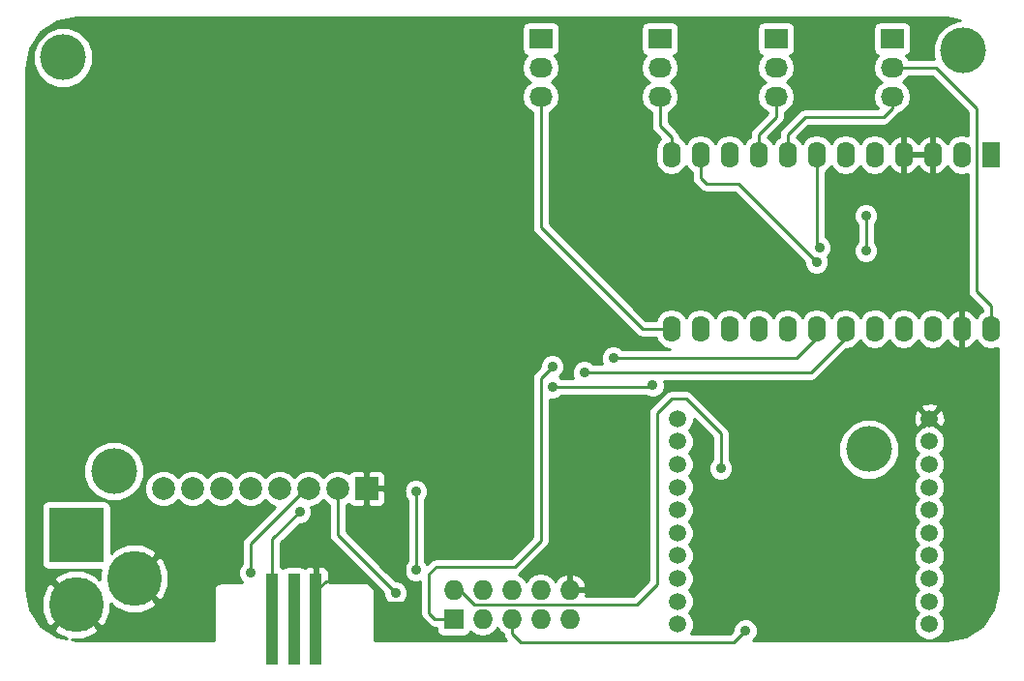
<source format=gbl>
G04 #@! TF.FileFunction,Copper,L2,Bot,Signal*
%FSLAX46Y46*%
G04 Gerber Fmt 4.6, Leading zero omitted, Abs format (unit mm)*
G04 Created by KiCad (PCBNEW (2015-01-16 BZR 5376)-product) date 27/05/2015 14:11:43*
%MOMM*%
G01*
G04 APERTURE LIST*
%ADD10C,0.100000*%
%ADD11R,1.000000X8.000000*%
%ADD12C,2.000000*%
%ADD13R,2.000000X2.000000*%
%ADD14R,1.574800X2.286000*%
%ADD15O,1.574800X2.286000*%
%ADD16R,1.727200X1.727200*%
%ADD17O,1.727200X1.727200*%
%ADD18C,4.800600*%
%ADD19R,4.800600X4.800600*%
%ADD20R,2.032000X1.727200*%
%ADD21O,2.032000X1.727200*%
%ADD22C,1.500000*%
%ADD23C,4.000000*%
%ADD24C,0.889000*%
%ADD25C,0.254000*%
G04 APERTURE END LIST*
D10*
D11*
X114173000Y-125984000D03*
X116078000Y-125984000D03*
X117983000Y-125984000D03*
D12*
X104648000Y-114554000D03*
X107188000Y-114554000D03*
X109728000Y-114554000D03*
X112268000Y-114554000D03*
X114808000Y-114554000D03*
X117348000Y-114554000D03*
X119888000Y-114554000D03*
D13*
X122428000Y-114554000D03*
D14*
X177038000Y-85344000D03*
D15*
X174498000Y-85344000D03*
X171958000Y-85344000D03*
X169418000Y-85344000D03*
X166878000Y-85344000D03*
X164338000Y-85344000D03*
X161798000Y-85344000D03*
X159258000Y-85344000D03*
X156718000Y-85344000D03*
X154178000Y-85344000D03*
X151638000Y-85344000D03*
X149098000Y-85344000D03*
X149098000Y-100584000D03*
X151638000Y-100584000D03*
X154178000Y-100584000D03*
X156718000Y-100584000D03*
X159258000Y-100584000D03*
X161798000Y-100584000D03*
X164338000Y-100584000D03*
X166878000Y-100584000D03*
X169418000Y-100584000D03*
X171958000Y-100584000D03*
X174498000Y-100584000D03*
X177038000Y-100584000D03*
D16*
X130048000Y-125984000D03*
D17*
X130048000Y-123444000D03*
X132588000Y-125984000D03*
X132588000Y-123444000D03*
X135128000Y-125984000D03*
X135128000Y-123444000D03*
X137668000Y-125984000D03*
X137668000Y-123444000D03*
X140208000Y-125984000D03*
X140208000Y-123444000D03*
D18*
X97028000Y-124714000D03*
D19*
X97028000Y-118618000D03*
D18*
X102108000Y-122428000D03*
D20*
X148082000Y-75184000D03*
D21*
X148082000Y-77724000D03*
X148082000Y-80264000D03*
D20*
X158242000Y-75184000D03*
D21*
X158242000Y-77724000D03*
X158242000Y-80264000D03*
D20*
X168402000Y-75184000D03*
D21*
X168402000Y-77724000D03*
X168402000Y-80264000D03*
D20*
X137668000Y-75184000D03*
D21*
X137668000Y-77724000D03*
X137668000Y-80264000D03*
D22*
X171655000Y-126435000D03*
X171655000Y-124435000D03*
X171655000Y-122435000D03*
X171655000Y-120435000D03*
X171655000Y-118435000D03*
X171655000Y-116435000D03*
X171655000Y-114435000D03*
X171655000Y-112435000D03*
X171655000Y-110435000D03*
X171655000Y-108435000D03*
X149655000Y-108435000D03*
X149655000Y-110435000D03*
X149655000Y-112435000D03*
X149655000Y-114435000D03*
X149655000Y-116435000D03*
X149655000Y-118435000D03*
X149655000Y-120435000D03*
X149655000Y-122435000D03*
X149655000Y-124435000D03*
X149655000Y-126435000D03*
D23*
X95885000Y-76835000D03*
X174625000Y-76200000D03*
X100330000Y-113030000D03*
X166370000Y-111125000D03*
D24*
X163322000Y-74676000D03*
X153162000Y-74676000D03*
X143002000Y-74676000D03*
X132334000Y-74676000D03*
X121539000Y-110744000D03*
X141478000Y-120650000D03*
X143764000Y-96266000D03*
X138938000Y-91440000D03*
X126238000Y-124587000D03*
X125476000Y-114554000D03*
X151638000Y-120142000D03*
X160528000Y-120142000D03*
X112268000Y-121920000D03*
X124968000Y-123698000D03*
X153416000Y-112776000D03*
X126746000Y-121666000D03*
X126746000Y-114808000D03*
X116586000Y-116586000D03*
X162052000Y-93472000D03*
X166116000Y-90678000D03*
X166116000Y-93726000D03*
X161798000Y-94742000D03*
X138684000Y-103886000D03*
X144018000Y-103124000D03*
X141478000Y-104394000D03*
X147447000Y-105537000D03*
X138684000Y-105664000D03*
X155575000Y-127000000D03*
D25*
X117983000Y-125984000D02*
X117983000Y-122047000D01*
X143764000Y-96266000D02*
X138938000Y-91440000D01*
X126238000Y-123190000D02*
X126238000Y-124587000D01*
X125730000Y-120142000D02*
X125730000Y-114808000D01*
X125730000Y-114808000D02*
X125476000Y-114554000D01*
X125730000Y-122682000D02*
X126238000Y-123190000D01*
X125730000Y-120142000D02*
X125730000Y-122682000D01*
X117983000Y-123571000D02*
X117983000Y-125984000D01*
X122428000Y-122682000D02*
X123190000Y-123444000D01*
X123190000Y-123444000D02*
X123190000Y-124206000D01*
X123190000Y-124206000D02*
X123571000Y-124587000D01*
X123571000Y-124587000D02*
X126238000Y-124587000D01*
X117983000Y-123571000D02*
X118872000Y-122682000D01*
X118872000Y-122682000D02*
X122428000Y-122682000D01*
X151638000Y-120142000D02*
X160528000Y-120142000D01*
X168402000Y-77724000D02*
X172212000Y-77724000D01*
X177038000Y-98552000D02*
X177038000Y-100584000D01*
X175768000Y-97282000D02*
X177038000Y-98552000D01*
X175768000Y-83566000D02*
X175768000Y-97282000D01*
X175768000Y-81280000D02*
X175768000Y-83566000D01*
X172212000Y-77724000D02*
X175768000Y-81280000D01*
X112268000Y-119380000D02*
X112268000Y-121920000D01*
X117094000Y-114554000D02*
X112268000Y-119380000D01*
X117348000Y-114554000D02*
X117094000Y-114554000D01*
X130556000Y-123444000D02*
X131826000Y-124714000D01*
X130048000Y-123444000D02*
X130556000Y-123444000D01*
X119888000Y-118618000D02*
X124968000Y-123698000D01*
X119888000Y-114554000D02*
X119888000Y-118618000D01*
X131826000Y-124714000D02*
X146050000Y-124714000D01*
X146050000Y-124714000D02*
X147828000Y-122936000D01*
X147828000Y-122936000D02*
X147828000Y-107950000D01*
X153416000Y-109728000D02*
X153416000Y-112776000D01*
X150368000Y-106680000D02*
X153416000Y-109728000D01*
X149098000Y-106680000D02*
X150368000Y-106680000D01*
X147828000Y-107950000D02*
X149098000Y-106680000D01*
X126746000Y-114808000D02*
X126746000Y-121666000D01*
X116586000Y-116586000D02*
X114173000Y-118999000D01*
X114173000Y-119253000D02*
X114173000Y-125984000D01*
X114173000Y-118999000D02*
X114173000Y-119253000D01*
X162052000Y-93472000D02*
X161798000Y-93218000D01*
X161798000Y-93218000D02*
X161798000Y-85344000D01*
X159258000Y-83820000D02*
X159258000Y-83566000D01*
X159258000Y-85344000D02*
X159258000Y-83820000D01*
X168402000Y-81280000D02*
X168402000Y-79502000D01*
X167640000Y-82042000D02*
X168402000Y-81280000D01*
X160782000Y-82042000D02*
X167640000Y-82042000D01*
X159258000Y-83566000D02*
X160782000Y-82042000D01*
X156718000Y-85344000D02*
X156718000Y-83566000D01*
X158242000Y-82042000D02*
X158242000Y-79502000D01*
X156718000Y-83566000D02*
X158242000Y-82042000D01*
X166116000Y-90678000D02*
X166116000Y-93726000D01*
X161798000Y-94742000D02*
X154940000Y-87884000D01*
X154940000Y-87884000D02*
X152146000Y-87884000D01*
X152146000Y-87884000D02*
X151638000Y-87376000D01*
X151638000Y-87376000D02*
X151638000Y-85344000D01*
X149098000Y-85344000D02*
X149098000Y-83820000D01*
X148082000Y-82804000D02*
X148082000Y-80264000D01*
X149098000Y-83820000D02*
X148082000Y-82804000D01*
X137668000Y-80264000D02*
X137668000Y-91694000D01*
X146558000Y-100584000D02*
X149098000Y-100584000D01*
X137668000Y-91694000D02*
X146558000Y-100584000D01*
X132334000Y-121412000D02*
X128524000Y-121412000D01*
X138684000Y-103886000D02*
X137668000Y-104902000D01*
X137668000Y-104902000D02*
X137668000Y-119126000D01*
X137668000Y-119126000D02*
X135382000Y-121412000D01*
X135382000Y-121412000D02*
X132334000Y-121412000D01*
X128397000Y-125984000D02*
X130048000Y-125984000D01*
X127889000Y-125476000D02*
X128397000Y-125984000D01*
X127889000Y-122047000D02*
X127889000Y-125476000D01*
X128524000Y-121412000D02*
X127889000Y-122047000D01*
X161798000Y-100584000D02*
X161798000Y-101346000D01*
X161798000Y-101346000D02*
X160020000Y-103124000D01*
X160020000Y-103124000D02*
X144018000Y-103124000D01*
X164338000Y-100584000D02*
X164338000Y-101346000D01*
X164338000Y-101346000D02*
X161290000Y-104394000D01*
X161290000Y-104394000D02*
X141478000Y-104394000D01*
X147447000Y-105537000D02*
X147320000Y-105664000D01*
X147320000Y-105664000D02*
X138684000Y-105664000D01*
X171958000Y-100584000D02*
X171958000Y-101600000D01*
X142875000Y-128016000D02*
X135890000Y-128016000D01*
X143002000Y-128016000D02*
X142875000Y-128016000D01*
X135890000Y-128016000D02*
X135128000Y-127254000D01*
X135128000Y-127254000D02*
X135128000Y-125984000D01*
X154559000Y-128016000D02*
X155575000Y-127000000D01*
X142875000Y-128016000D02*
X154559000Y-128016000D01*
G36*
X177623000Y-123376532D02*
X177276051Y-125120758D01*
X176326243Y-126542245D01*
X174904757Y-127492052D01*
X173160532Y-127839000D01*
X173052201Y-127839000D01*
X173052201Y-108639829D01*
X173024230Y-108089552D01*
X172867460Y-107711077D01*
X172626517Y-107643088D01*
X172446912Y-107822693D01*
X172446912Y-107463483D01*
X172378923Y-107222540D01*
X171859829Y-107037799D01*
X171309552Y-107065770D01*
X170931077Y-107222540D01*
X170863088Y-107463483D01*
X171655000Y-108255395D01*
X172446912Y-107463483D01*
X172446912Y-107822693D01*
X171834605Y-108435000D01*
X172626517Y-109226912D01*
X172867460Y-109158923D01*
X173052201Y-108639829D01*
X173052201Y-127839000D01*
X173040240Y-127839000D01*
X173040240Y-126160715D01*
X172829831Y-125651485D01*
X172613687Y-125434964D01*
X172828461Y-125220564D01*
X173039759Y-124711702D01*
X173040240Y-124160715D01*
X172829831Y-123651485D01*
X172613687Y-123434964D01*
X172828461Y-123220564D01*
X173039759Y-122711702D01*
X173040240Y-122160715D01*
X172829831Y-121651485D01*
X172613687Y-121434964D01*
X172828461Y-121220564D01*
X173039759Y-120711702D01*
X173040240Y-120160715D01*
X172829831Y-119651485D01*
X172613687Y-119434964D01*
X172828461Y-119220564D01*
X173039759Y-118711702D01*
X173040240Y-118160715D01*
X172829831Y-117651485D01*
X172613687Y-117434964D01*
X172828461Y-117220564D01*
X173039759Y-116711702D01*
X173040240Y-116160715D01*
X172829831Y-115651485D01*
X172613687Y-115434964D01*
X172828461Y-115220564D01*
X173039759Y-114711702D01*
X173040240Y-114160715D01*
X172829831Y-113651485D01*
X172613687Y-113434964D01*
X172828461Y-113220564D01*
X173039759Y-112711702D01*
X173040240Y-112160715D01*
X172829831Y-111651485D01*
X172613687Y-111434964D01*
X172828461Y-111220564D01*
X173039759Y-110711702D01*
X173040240Y-110160715D01*
X172829831Y-109651485D01*
X172440564Y-109261539D01*
X172203493Y-109163098D01*
X171655000Y-108614605D01*
X171475395Y-108794209D01*
X171475395Y-108435000D01*
X170683483Y-107643088D01*
X170442540Y-107711077D01*
X170257799Y-108230171D01*
X170285770Y-108780448D01*
X170442540Y-109158923D01*
X170683483Y-109226912D01*
X171475395Y-108435000D01*
X171475395Y-108794209D01*
X171106571Y-109163033D01*
X170871485Y-109260169D01*
X170481539Y-109649436D01*
X170270241Y-110158298D01*
X170269760Y-110709285D01*
X170480169Y-111218515D01*
X170696312Y-111435035D01*
X170481539Y-111649436D01*
X170270241Y-112158298D01*
X170269760Y-112709285D01*
X170480169Y-113218515D01*
X170696312Y-113435035D01*
X170481539Y-113649436D01*
X170270241Y-114158298D01*
X170269760Y-114709285D01*
X170480169Y-115218515D01*
X170696312Y-115435035D01*
X170481539Y-115649436D01*
X170270241Y-116158298D01*
X170269760Y-116709285D01*
X170480169Y-117218515D01*
X170696312Y-117435035D01*
X170481539Y-117649436D01*
X170270241Y-118158298D01*
X170269760Y-118709285D01*
X170480169Y-119218515D01*
X170696312Y-119435035D01*
X170481539Y-119649436D01*
X170270241Y-120158298D01*
X170269760Y-120709285D01*
X170480169Y-121218515D01*
X170696312Y-121435035D01*
X170481539Y-121649436D01*
X170270241Y-122158298D01*
X170269760Y-122709285D01*
X170480169Y-123218515D01*
X170696312Y-123435035D01*
X170481539Y-123649436D01*
X170270241Y-124158298D01*
X170269760Y-124709285D01*
X170480169Y-125218515D01*
X170696312Y-125435035D01*
X170481539Y-125649436D01*
X170270241Y-126158298D01*
X170269760Y-126709285D01*
X170480169Y-127218515D01*
X170869436Y-127608461D01*
X171378298Y-127819759D01*
X171929285Y-127820240D01*
X172438515Y-127609831D01*
X172828461Y-127220564D01*
X173039759Y-126711702D01*
X173040240Y-126160715D01*
X173040240Y-127839000D01*
X169005457Y-127839000D01*
X169005457Y-110603166D01*
X168605147Y-109634342D01*
X167864557Y-108892458D01*
X166896433Y-108490458D01*
X165848166Y-108489543D01*
X164879342Y-108889853D01*
X164137458Y-109630443D01*
X163735458Y-110598567D01*
X163734543Y-111646834D01*
X164134853Y-112615658D01*
X164875443Y-113357542D01*
X165843567Y-113759542D01*
X166891834Y-113760457D01*
X167860658Y-113360147D01*
X168602542Y-112619557D01*
X169004542Y-111651433D01*
X169005457Y-110603166D01*
X169005457Y-127839000D01*
X156262511Y-127839000D01*
X156489622Y-127612286D01*
X156654313Y-127215668D01*
X156654687Y-126786216D01*
X156490689Y-126389311D01*
X156187286Y-126085378D01*
X155790668Y-125920687D01*
X155361216Y-125920313D01*
X154964311Y-126084311D01*
X154660378Y-126387714D01*
X154495687Y-126784332D01*
X154495497Y-127001872D01*
X154243370Y-127254000D01*
X150794966Y-127254000D01*
X150828461Y-127220564D01*
X151039759Y-126711702D01*
X151040240Y-126160715D01*
X150829831Y-125651485D01*
X150613687Y-125434964D01*
X150828461Y-125220564D01*
X151039759Y-124711702D01*
X151040240Y-124160715D01*
X150829831Y-123651485D01*
X150613687Y-123434964D01*
X150828461Y-123220564D01*
X151039759Y-122711702D01*
X151040240Y-122160715D01*
X150829831Y-121651485D01*
X150613687Y-121434964D01*
X150828461Y-121220564D01*
X151039759Y-120711702D01*
X151040240Y-120160715D01*
X150829831Y-119651485D01*
X150613687Y-119434964D01*
X150828461Y-119220564D01*
X151039759Y-118711702D01*
X151040240Y-118160715D01*
X150829831Y-117651485D01*
X150613687Y-117434964D01*
X150828461Y-117220564D01*
X151039759Y-116711702D01*
X151040240Y-116160715D01*
X150829831Y-115651485D01*
X150613687Y-115434964D01*
X150828461Y-115220564D01*
X151039759Y-114711702D01*
X151040240Y-114160715D01*
X150829831Y-113651485D01*
X150613687Y-113434964D01*
X150828461Y-113220564D01*
X151039759Y-112711702D01*
X151040240Y-112160715D01*
X150829831Y-111651485D01*
X150613687Y-111434964D01*
X150828461Y-111220564D01*
X151039759Y-110711702D01*
X151040240Y-110160715D01*
X150829831Y-109651485D01*
X150613687Y-109434964D01*
X150828461Y-109220564D01*
X151039759Y-108711702D01*
X151040005Y-108429635D01*
X152654000Y-110043630D01*
X152654000Y-112011358D01*
X152501378Y-112163714D01*
X152336687Y-112560332D01*
X152336313Y-112989784D01*
X152500311Y-113386689D01*
X152803714Y-113690622D01*
X153200332Y-113855313D01*
X153629784Y-113855687D01*
X154026689Y-113691689D01*
X154330622Y-113388286D01*
X154495313Y-112991668D01*
X154495687Y-112562216D01*
X154331689Y-112165311D01*
X154178000Y-112011353D01*
X154178000Y-109728000D01*
X154119996Y-109436396D01*
X154119996Y-109436395D01*
X153954815Y-109189185D01*
X150906815Y-106141185D01*
X150659605Y-105976004D01*
X150368000Y-105918000D01*
X149098000Y-105918000D01*
X148806395Y-105976004D01*
X148559184Y-106141185D01*
X147289185Y-107411185D01*
X147124004Y-107658395D01*
X147066000Y-107950000D01*
X147066000Y-122620369D01*
X145734369Y-123952000D01*
X141593147Y-123952000D01*
X141662968Y-123803027D01*
X141662968Y-123084973D01*
X141414821Y-122555510D01*
X140982947Y-122161312D01*
X140567026Y-121989042D01*
X140335000Y-122110183D01*
X140335000Y-123317000D01*
X141542469Y-123317000D01*
X141662968Y-123084973D01*
X141662968Y-123803027D01*
X141542469Y-123571000D01*
X140335000Y-123571000D01*
X140335000Y-123591000D01*
X140081000Y-123591000D01*
X140081000Y-123571000D01*
X140061000Y-123571000D01*
X140061000Y-123317000D01*
X140081000Y-123317000D01*
X140081000Y-122110183D01*
X139848974Y-121989042D01*
X139433053Y-122161312D01*
X139001179Y-122555510D01*
X138943663Y-122678228D01*
X138727670Y-122354971D01*
X138241489Y-122030115D01*
X137668000Y-121916041D01*
X137094511Y-122030115D01*
X136608330Y-122354971D01*
X136398000Y-122669751D01*
X136187670Y-122354971D01*
X135751811Y-122063739D01*
X135920815Y-121950815D01*
X138206815Y-119664816D01*
X138206815Y-119664815D01*
X138371996Y-119417605D01*
X138429999Y-119126000D01*
X138430000Y-119126000D01*
X138430000Y-106727396D01*
X138468332Y-106743313D01*
X138897784Y-106743687D01*
X139294689Y-106579689D01*
X139448646Y-106426000D01*
X146809136Y-106426000D01*
X146834714Y-106451622D01*
X147231332Y-106616313D01*
X147660784Y-106616687D01*
X148057689Y-106452689D01*
X148361622Y-106149286D01*
X148526313Y-105752668D01*
X148526687Y-105323216D01*
X148457594Y-105156000D01*
X161290000Y-105156000D01*
X161290000Y-105155999D01*
X161581604Y-105097996D01*
X161581605Y-105097996D01*
X161828815Y-104932815D01*
X164371450Y-102390179D01*
X164882329Y-102288559D01*
X165343789Y-101980222D01*
X165608000Y-101584801D01*
X165872211Y-101980222D01*
X166333671Y-102288559D01*
X166878000Y-102396833D01*
X167422329Y-102288559D01*
X167883789Y-101980222D01*
X168148000Y-101584801D01*
X168412211Y-101980222D01*
X168873671Y-102288559D01*
X169418000Y-102396833D01*
X169962329Y-102288559D01*
X170423789Y-101980222D01*
X170688000Y-101584801D01*
X170952211Y-101980222D01*
X171413671Y-102288559D01*
X171958000Y-102396833D01*
X172502329Y-102288559D01*
X172963789Y-101980222D01*
X173227753Y-101585170D01*
X173232475Y-101601262D01*
X173582014Y-102035191D01*
X174071004Y-102302327D01*
X174150940Y-102319010D01*
X174371000Y-102196852D01*
X174371000Y-100711000D01*
X174351000Y-100711000D01*
X174351000Y-100457000D01*
X174371000Y-100457000D01*
X174371000Y-98971148D01*
X174150940Y-98848990D01*
X174071004Y-98865673D01*
X173582014Y-99132809D01*
X173232475Y-99566738D01*
X173227753Y-99582829D01*
X172963789Y-99187778D01*
X172502329Y-98879441D01*
X171958000Y-98771167D01*
X171831000Y-98796428D01*
X171831000Y-86956852D01*
X171831000Y-85471000D01*
X171831000Y-85217000D01*
X171831000Y-83731148D01*
X171610940Y-83608990D01*
X171531004Y-83625673D01*
X171042014Y-83892809D01*
X170692475Y-84326738D01*
X170688000Y-84341989D01*
X170683525Y-84326738D01*
X170333986Y-83892809D01*
X169844996Y-83625673D01*
X169765060Y-83608990D01*
X169545000Y-83731148D01*
X169545000Y-85217000D01*
X170535600Y-85217000D01*
X170840400Y-85217000D01*
X171831000Y-85217000D01*
X171831000Y-85471000D01*
X170840400Y-85471000D01*
X170535600Y-85471000D01*
X169545000Y-85471000D01*
X169545000Y-86956852D01*
X169765060Y-87079010D01*
X169844996Y-87062327D01*
X170333986Y-86795191D01*
X170683525Y-86361262D01*
X170688000Y-86346010D01*
X170692475Y-86361262D01*
X171042014Y-86795191D01*
X171531004Y-87062327D01*
X171610940Y-87079010D01*
X171831000Y-86956852D01*
X171831000Y-98796428D01*
X171413671Y-98879441D01*
X170952211Y-99187778D01*
X170688000Y-99583198D01*
X170423789Y-99187778D01*
X169962329Y-98879441D01*
X169418000Y-98771167D01*
X168873671Y-98879441D01*
X168412211Y-99187778D01*
X168148000Y-99583198D01*
X167883789Y-99187778D01*
X167422329Y-98879441D01*
X167195687Y-98834359D01*
X167195687Y-93512216D01*
X167031689Y-93115311D01*
X166878000Y-92961353D01*
X166878000Y-91442641D01*
X167030622Y-91290286D01*
X167195313Y-90893668D01*
X167195687Y-90464216D01*
X167031689Y-90067311D01*
X166728286Y-89763378D01*
X166331668Y-89598687D01*
X165902216Y-89598313D01*
X165505311Y-89762311D01*
X165201378Y-90065714D01*
X165036687Y-90462332D01*
X165036313Y-90891784D01*
X165200311Y-91288689D01*
X165354000Y-91442646D01*
X165354000Y-92961358D01*
X165201378Y-93113714D01*
X165036687Y-93510332D01*
X165036313Y-93939784D01*
X165200311Y-94336689D01*
X165503714Y-94640622D01*
X165900332Y-94805313D01*
X166329784Y-94805687D01*
X166726689Y-94641689D01*
X167030622Y-94338286D01*
X167195313Y-93941668D01*
X167195687Y-93512216D01*
X167195687Y-98834359D01*
X166878000Y-98771167D01*
X166333671Y-98879441D01*
X165872211Y-99187778D01*
X165608000Y-99583198D01*
X165343789Y-99187778D01*
X164882329Y-98879441D01*
X164338000Y-98771167D01*
X163793671Y-98879441D01*
X163332211Y-99187778D01*
X163068000Y-99583198D01*
X162803789Y-99187778D01*
X162342329Y-98879441D01*
X161798000Y-98771167D01*
X161253671Y-98879441D01*
X160792211Y-99187778D01*
X160528000Y-99583198D01*
X160263789Y-99187778D01*
X159802329Y-98879441D01*
X159258000Y-98771167D01*
X158713671Y-98879441D01*
X158252211Y-99187778D01*
X157988000Y-99583198D01*
X157723789Y-99187778D01*
X157262329Y-98879441D01*
X156718000Y-98771167D01*
X156173671Y-98879441D01*
X155712211Y-99187778D01*
X155448000Y-99583198D01*
X155183789Y-99187778D01*
X154722329Y-98879441D01*
X154178000Y-98771167D01*
X153633671Y-98879441D01*
X153172211Y-99187778D01*
X152908000Y-99583198D01*
X152643789Y-99187778D01*
X152182329Y-98879441D01*
X151638000Y-98771167D01*
X151093671Y-98879441D01*
X150632211Y-99187778D01*
X150368000Y-99583198D01*
X150103789Y-99187778D01*
X149642329Y-98879441D01*
X149098000Y-98771167D01*
X148553671Y-98879441D01*
X148092211Y-99187778D01*
X147783874Y-99649238D01*
X147749509Y-99822000D01*
X146873630Y-99822000D01*
X138430000Y-91378369D01*
X138430000Y-81646009D01*
X138912415Y-81323670D01*
X139237271Y-80837489D01*
X139351345Y-80264000D01*
X139237271Y-79690511D01*
X138912415Y-79204330D01*
X138597634Y-78994000D01*
X138912415Y-78783670D01*
X139237271Y-78297489D01*
X139351345Y-77724000D01*
X139237271Y-77150511D01*
X138912415Y-76664330D01*
X138896632Y-76653784D01*
X138926123Y-76648063D01*
X139138927Y-76508273D01*
X139281377Y-76297240D01*
X139331440Y-76047600D01*
X139331440Y-74320400D01*
X139284463Y-74078277D01*
X139144673Y-73865473D01*
X138933640Y-73723023D01*
X138684000Y-73672960D01*
X136652000Y-73672960D01*
X136409877Y-73719937D01*
X136197073Y-73859727D01*
X136054623Y-74070760D01*
X136004560Y-74320400D01*
X136004560Y-76047600D01*
X136051537Y-76289723D01*
X136191327Y-76502527D01*
X136402360Y-76644977D01*
X136440962Y-76652718D01*
X136423585Y-76664330D01*
X136098729Y-77150511D01*
X135984655Y-77724000D01*
X136098729Y-78297489D01*
X136423585Y-78783670D01*
X136738365Y-78994000D01*
X136423585Y-79204330D01*
X136098729Y-79690511D01*
X135984655Y-80264000D01*
X136098729Y-80837489D01*
X136423585Y-81323670D01*
X136906000Y-81646009D01*
X136906000Y-91694000D01*
X136964004Y-91985605D01*
X137129185Y-92232815D01*
X146019185Y-101122816D01*
X146266395Y-101287996D01*
X146266396Y-101287997D01*
X146558000Y-101346000D01*
X147749509Y-101346000D01*
X147783874Y-101518762D01*
X148092211Y-101980222D01*
X148553671Y-102288559D01*
X148922883Y-102362000D01*
X144782641Y-102362000D01*
X144630286Y-102209378D01*
X144233668Y-102044687D01*
X143804216Y-102044313D01*
X143407311Y-102208311D01*
X143103378Y-102511714D01*
X142938687Y-102908332D01*
X142938313Y-103337784D01*
X143059880Y-103632000D01*
X142242641Y-103632000D01*
X142090286Y-103479378D01*
X141693668Y-103314687D01*
X141264216Y-103314313D01*
X140867311Y-103478311D01*
X140563378Y-103781714D01*
X140398687Y-104178332D01*
X140398313Y-104607784D01*
X140519880Y-104902000D01*
X139448641Y-104902000D01*
X139321644Y-104774780D01*
X139598622Y-104498286D01*
X139763313Y-104101668D01*
X139763687Y-103672216D01*
X139599689Y-103275311D01*
X139296286Y-102971378D01*
X138899668Y-102806687D01*
X138470216Y-102806313D01*
X138073311Y-102970311D01*
X137769378Y-103273714D01*
X137604687Y-103670332D01*
X137604497Y-103887872D01*
X137129185Y-104363185D01*
X136964004Y-104610395D01*
X136906000Y-104902000D01*
X136906000Y-118810369D01*
X135066369Y-120650000D01*
X132334000Y-120650000D01*
X128524000Y-120650000D01*
X128232395Y-120708004D01*
X128133376Y-120774165D01*
X127985185Y-120873184D01*
X127703022Y-121155346D01*
X127661689Y-121055311D01*
X127508000Y-120901353D01*
X127508000Y-115572641D01*
X127660622Y-115420286D01*
X127825313Y-115023668D01*
X127825687Y-114594216D01*
X127661689Y-114197311D01*
X127358286Y-113893378D01*
X126961668Y-113728687D01*
X126532216Y-113728313D01*
X126135311Y-113892311D01*
X125831378Y-114195714D01*
X125666687Y-114592332D01*
X125666313Y-115021784D01*
X125830311Y-115418689D01*
X125984000Y-115572646D01*
X125984000Y-120901358D01*
X125831378Y-121053714D01*
X125666687Y-121450332D01*
X125666313Y-121879784D01*
X125830311Y-122276689D01*
X126133714Y-122580622D01*
X126530332Y-122745313D01*
X126959784Y-122745687D01*
X127127000Y-122676594D01*
X127127000Y-125476000D01*
X127185004Y-125767605D01*
X127350185Y-126014815D01*
X127858184Y-126522815D01*
X127858185Y-126522815D01*
X128105395Y-126687996D01*
X128397000Y-126746000D01*
X128536960Y-126746000D01*
X128536960Y-126847600D01*
X128583937Y-127089723D01*
X128723727Y-127302527D01*
X128934760Y-127444977D01*
X129184400Y-127495040D01*
X130911600Y-127495040D01*
X131153723Y-127448063D01*
X131366527Y-127308273D01*
X131508977Y-127097240D01*
X131517179Y-127056340D01*
X131528330Y-127073029D01*
X132014511Y-127397885D01*
X132588000Y-127511959D01*
X133161489Y-127397885D01*
X133647670Y-127073029D01*
X133858000Y-126758248D01*
X134068330Y-127073029D01*
X134370112Y-127274673D01*
X134424004Y-127545605D01*
X134589185Y-127792815D01*
X134635369Y-127839000D01*
X123113000Y-127839000D01*
X123113000Y-124714000D01*
X123113000Y-123444000D01*
X123060857Y-123181862D01*
X122912368Y-122959632D01*
X122690138Y-122811143D01*
X122428000Y-122759000D01*
X119118000Y-122759000D01*
X119118000Y-122110309D01*
X119118000Y-121857690D01*
X119021327Y-121624301D01*
X118842698Y-121445673D01*
X118609309Y-121349000D01*
X118268750Y-121349000D01*
X118110000Y-121507750D01*
X118110000Y-122994999D01*
X117985143Y-123181862D01*
X117933000Y-123444000D01*
X117933000Y-124714000D01*
X117933000Y-126131000D01*
X117856000Y-126131000D01*
X117856000Y-126111000D01*
X117836000Y-126111000D01*
X117836000Y-125857000D01*
X117856000Y-125857000D01*
X117856000Y-121507750D01*
X117697250Y-121349000D01*
X117356691Y-121349000D01*
X117123302Y-121445673D01*
X117039160Y-121529814D01*
X117038673Y-121529073D01*
X116827640Y-121386623D01*
X116578000Y-121336560D01*
X115578000Y-121336560D01*
X115335877Y-121383537D01*
X115124130Y-121522632D01*
X114935000Y-121394966D01*
X114935000Y-119314630D01*
X116584131Y-117665499D01*
X116799784Y-117665687D01*
X117196689Y-117501689D01*
X117500622Y-117198286D01*
X117665313Y-116801668D01*
X117665687Y-116372216D01*
X117590071Y-116189212D01*
X117671795Y-116189284D01*
X118272943Y-115940894D01*
X118618199Y-115596240D01*
X118960637Y-115939278D01*
X119126000Y-116007942D01*
X119126000Y-118618000D01*
X119184004Y-118909605D01*
X119349185Y-119156815D01*
X123888500Y-123696130D01*
X123888313Y-123911784D01*
X124052311Y-124308689D01*
X124355714Y-124612622D01*
X124752332Y-124777313D01*
X125181784Y-124777687D01*
X125578689Y-124613689D01*
X125882622Y-124310286D01*
X126047313Y-123913668D01*
X126047687Y-123484216D01*
X125883689Y-123087311D01*
X125580286Y-122783378D01*
X125183668Y-122618687D01*
X124966127Y-122618497D01*
X124063000Y-121715370D01*
X124063000Y-115680310D01*
X124063000Y-115427691D01*
X124063000Y-114839750D01*
X124063000Y-114268250D01*
X124063000Y-113680309D01*
X124063000Y-113427690D01*
X123966327Y-113194301D01*
X123787698Y-113015673D01*
X123554309Y-112919000D01*
X122713750Y-112919000D01*
X122555000Y-113077750D01*
X122555000Y-114427000D01*
X123904250Y-114427000D01*
X124063000Y-114268250D01*
X124063000Y-114839750D01*
X123904250Y-114681000D01*
X122555000Y-114681000D01*
X122555000Y-116030250D01*
X122713750Y-116189000D01*
X123554309Y-116189000D01*
X123787698Y-116092327D01*
X123966327Y-115913699D01*
X124063000Y-115680310D01*
X124063000Y-121715370D01*
X120650000Y-118302370D01*
X120650000Y-116008220D01*
X120812943Y-115940894D01*
X120875196Y-115878749D01*
X120889673Y-115913699D01*
X121068302Y-116092327D01*
X121301691Y-116189000D01*
X122142250Y-116189000D01*
X122301000Y-116030250D01*
X122301000Y-114681000D01*
X122281000Y-114681000D01*
X122281000Y-114427000D01*
X122301000Y-114427000D01*
X122301000Y-113077750D01*
X122142250Y-112919000D01*
X121301691Y-112919000D01*
X121068302Y-113015673D01*
X120889673Y-113194301D01*
X120875369Y-113228833D01*
X120815363Y-113168722D01*
X120214648Y-112919284D01*
X119564205Y-112918716D01*
X118963057Y-113167106D01*
X118617800Y-113511759D01*
X118275363Y-113168722D01*
X117674648Y-112919284D01*
X117024205Y-112918716D01*
X116423057Y-113167106D01*
X116077800Y-113511759D01*
X115735363Y-113168722D01*
X115134648Y-112919284D01*
X114484205Y-112918716D01*
X113883057Y-113167106D01*
X113537800Y-113511759D01*
X113195363Y-113168722D01*
X112594648Y-112919284D01*
X111944205Y-112918716D01*
X111343057Y-113167106D01*
X110997800Y-113511759D01*
X110655363Y-113168722D01*
X110054648Y-112919284D01*
X109404205Y-112918716D01*
X108803057Y-113167106D01*
X108457800Y-113511759D01*
X108115363Y-113168722D01*
X107514648Y-112919284D01*
X106864205Y-112918716D01*
X106263057Y-113167106D01*
X105917800Y-113511759D01*
X105575363Y-113168722D01*
X104974648Y-112919284D01*
X104324205Y-112918716D01*
X103723057Y-113167106D01*
X103262722Y-113626637D01*
X103013284Y-114227352D01*
X103012716Y-114877795D01*
X103261106Y-115478943D01*
X103720637Y-115939278D01*
X104321352Y-116188716D01*
X104971795Y-116189284D01*
X105572943Y-115940894D01*
X105918199Y-115596240D01*
X106260637Y-115939278D01*
X106861352Y-116188716D01*
X107511795Y-116189284D01*
X108112943Y-115940894D01*
X108458199Y-115596240D01*
X108800637Y-115939278D01*
X109401352Y-116188716D01*
X110051795Y-116189284D01*
X110652943Y-115940894D01*
X110998199Y-115596240D01*
X111340637Y-115939278D01*
X111941352Y-116188716D01*
X112591795Y-116189284D01*
X113192943Y-115940894D01*
X113538199Y-115596240D01*
X113880637Y-115939278D01*
X114410905Y-116159464D01*
X111729185Y-118841185D01*
X111564004Y-119088395D01*
X111506000Y-119380000D01*
X111506000Y-121155358D01*
X111353378Y-121307714D01*
X111188687Y-121704332D01*
X111188313Y-122133784D01*
X111352311Y-122530689D01*
X111580223Y-122759000D01*
X109728000Y-122759000D01*
X109465862Y-122811143D01*
X109243632Y-122959632D01*
X109095143Y-123181862D01*
X109043000Y-123444000D01*
X109043000Y-124714000D01*
X109043000Y-127839000D01*
X105144369Y-127839000D01*
X105144369Y-123026358D01*
X105142221Y-121818843D01*
X104684257Y-120713221D01*
X104271936Y-120443670D01*
X104092330Y-120623275D01*
X102287605Y-122428000D01*
X104271936Y-124412330D01*
X104684257Y-124142779D01*
X105144369Y-123026358D01*
X105144369Y-127839000D01*
X104092330Y-127839000D01*
X104092330Y-124591936D01*
X102108000Y-122607605D01*
X102093857Y-122621747D01*
X101928395Y-122456285D01*
X101914252Y-122442142D01*
X101928395Y-122428000D01*
X101914252Y-122413857D01*
X102093857Y-122234252D01*
X102108000Y-122248395D01*
X104092330Y-120264064D01*
X103822779Y-119851743D01*
X102965457Y-119498413D01*
X102965457Y-112508166D01*
X102565147Y-111539342D01*
X101824557Y-110797458D01*
X100856433Y-110395458D01*
X99808166Y-110394543D01*
X98839342Y-110794853D01*
X98520457Y-111113181D01*
X98520457Y-76313166D01*
X98120147Y-75344342D01*
X97379557Y-74602458D01*
X96411433Y-74200458D01*
X95363166Y-74199543D01*
X94394342Y-74599853D01*
X93652458Y-75340443D01*
X93250458Y-76308567D01*
X93249543Y-77356834D01*
X93649853Y-78325658D01*
X94390443Y-79067542D01*
X95358567Y-79469542D01*
X96406834Y-79470457D01*
X97375658Y-79070147D01*
X98117542Y-78329557D01*
X98519542Y-77361433D01*
X98520457Y-76313166D01*
X98520457Y-111113181D01*
X98097458Y-111535443D01*
X97695458Y-112503567D01*
X97694543Y-113551834D01*
X98094853Y-114520658D01*
X98835443Y-115262542D01*
X99803567Y-115664542D01*
X100851834Y-115665457D01*
X101820658Y-115265147D01*
X102562542Y-114524557D01*
X102964542Y-113556433D01*
X102965457Y-112508166D01*
X102965457Y-119498413D01*
X102706358Y-119391631D01*
X101498843Y-119393779D01*
X100393221Y-119851743D01*
X100123670Y-120264062D01*
X100075740Y-120216132D01*
X100075740Y-116217700D01*
X100028763Y-115975577D01*
X99888973Y-115762773D01*
X99677940Y-115620323D01*
X99428300Y-115570260D01*
X94627700Y-115570260D01*
X94385577Y-115617237D01*
X94172773Y-115757027D01*
X94030323Y-115968060D01*
X93980260Y-116217700D01*
X93980260Y-121018300D01*
X94027237Y-121260423D01*
X94167027Y-121473227D01*
X94378060Y-121615677D01*
X94627700Y-121665740D01*
X99139180Y-121665740D01*
X99071631Y-121829642D01*
X99072804Y-122489587D01*
X99012329Y-122550062D01*
X98742779Y-122137743D01*
X97626358Y-121677631D01*
X96418843Y-121679779D01*
X95313221Y-122137743D01*
X95043670Y-122550064D01*
X97028000Y-124534395D01*
X97042142Y-124520252D01*
X97221747Y-124699857D01*
X97207605Y-124714000D01*
X99191936Y-126698330D01*
X99604257Y-126428779D01*
X100064369Y-125312358D01*
X100063194Y-124652413D01*
X100123670Y-124591937D01*
X100393221Y-125004257D01*
X101509642Y-125464369D01*
X102717157Y-125462221D01*
X103822779Y-125004257D01*
X104092330Y-124591936D01*
X104092330Y-127839000D01*
X97095467Y-127839000D01*
X96647936Y-127749980D01*
X97637157Y-127748221D01*
X98742779Y-127290257D01*
X99012330Y-126877936D01*
X97028000Y-124893605D01*
X96848395Y-125073210D01*
X96848395Y-124714000D01*
X94864064Y-122729670D01*
X94451743Y-122999221D01*
X93991631Y-124115642D01*
X93993779Y-125323157D01*
X94451743Y-126428779D01*
X94864064Y-126698330D01*
X96848395Y-124714000D01*
X96848395Y-125073210D01*
X95043670Y-126877936D01*
X95313221Y-127290257D01*
X96224173Y-127665688D01*
X95351241Y-127492051D01*
X93929754Y-126542243D01*
X92979947Y-125120757D01*
X92633000Y-123376532D01*
X92633000Y-77791467D01*
X92979947Y-76047242D01*
X93929754Y-74625756D01*
X95351241Y-73675948D01*
X97095467Y-73329000D01*
X173160532Y-73329000D01*
X174345752Y-73564754D01*
X174103166Y-73564543D01*
X173134342Y-73964853D01*
X172392458Y-74705443D01*
X171990458Y-75673567D01*
X171989543Y-76721834D01*
X172088777Y-76962000D01*
X169845311Y-76962000D01*
X169646415Y-76664330D01*
X169630632Y-76653784D01*
X169660123Y-76648063D01*
X169872927Y-76508273D01*
X170015377Y-76297240D01*
X170065440Y-76047600D01*
X170065440Y-74320400D01*
X170018463Y-74078277D01*
X169878673Y-73865473D01*
X169667640Y-73723023D01*
X169418000Y-73672960D01*
X167386000Y-73672960D01*
X167143877Y-73719937D01*
X166931073Y-73859727D01*
X166788623Y-74070760D01*
X166738560Y-74320400D01*
X166738560Y-76047600D01*
X166785537Y-76289723D01*
X166925327Y-76502527D01*
X167136360Y-76644977D01*
X167174962Y-76652718D01*
X167157585Y-76664330D01*
X166832729Y-77150511D01*
X166718655Y-77724000D01*
X166832729Y-78297489D01*
X167157585Y-78783670D01*
X167472365Y-78994000D01*
X167157585Y-79204330D01*
X166832729Y-79690511D01*
X166718655Y-80264000D01*
X166832729Y-80837489D01*
X167128405Y-81280000D01*
X160782000Y-81280000D01*
X160490395Y-81338004D01*
X160243184Y-81503185D01*
X158719185Y-83027185D01*
X158554004Y-83274395D01*
X158496000Y-83566000D01*
X158496000Y-83784883D01*
X158252211Y-83947778D01*
X157988000Y-84343198D01*
X157723789Y-83947778D01*
X157537995Y-83823634D01*
X158780815Y-82580816D01*
X158780815Y-82580815D01*
X158945996Y-82333605D01*
X159003999Y-82042000D01*
X159004000Y-82042000D01*
X159004000Y-81646009D01*
X159486415Y-81323670D01*
X159811271Y-80837489D01*
X159925345Y-80264000D01*
X159811271Y-79690511D01*
X159486415Y-79204330D01*
X159171634Y-78994000D01*
X159486415Y-78783670D01*
X159811271Y-78297489D01*
X159925345Y-77724000D01*
X159811271Y-77150511D01*
X159486415Y-76664330D01*
X159470632Y-76653784D01*
X159500123Y-76648063D01*
X159712927Y-76508273D01*
X159855377Y-76297240D01*
X159905440Y-76047600D01*
X159905440Y-74320400D01*
X159858463Y-74078277D01*
X159718673Y-73865473D01*
X159507640Y-73723023D01*
X159258000Y-73672960D01*
X157226000Y-73672960D01*
X156983877Y-73719937D01*
X156771073Y-73859727D01*
X156628623Y-74070760D01*
X156578560Y-74320400D01*
X156578560Y-76047600D01*
X156625537Y-76289723D01*
X156765327Y-76502527D01*
X156976360Y-76644977D01*
X157014962Y-76652718D01*
X156997585Y-76664330D01*
X156672729Y-77150511D01*
X156558655Y-77724000D01*
X156672729Y-78297489D01*
X156997585Y-78783670D01*
X157312365Y-78994000D01*
X156997585Y-79204330D01*
X156672729Y-79690511D01*
X156558655Y-80264000D01*
X156672729Y-80837489D01*
X156997585Y-81323670D01*
X157480000Y-81646009D01*
X157480000Y-81726369D01*
X156179185Y-83027185D01*
X156014004Y-83274395D01*
X155956000Y-83566000D01*
X155956000Y-83784883D01*
X155712211Y-83947778D01*
X155448000Y-84343198D01*
X155183789Y-83947778D01*
X154722329Y-83639441D01*
X154178000Y-83531167D01*
X153633671Y-83639441D01*
X153172211Y-83947778D01*
X152908000Y-84343198D01*
X152643789Y-83947778D01*
X152182329Y-83639441D01*
X151638000Y-83531167D01*
X151093671Y-83639441D01*
X150632211Y-83947778D01*
X150368000Y-84343198D01*
X150103789Y-83947778D01*
X149851944Y-83779501D01*
X149801996Y-83528396D01*
X149801996Y-83528395D01*
X149636815Y-83281185D01*
X148844000Y-82488370D01*
X148844000Y-81646009D01*
X149326415Y-81323670D01*
X149651271Y-80837489D01*
X149765345Y-80264000D01*
X149651271Y-79690511D01*
X149326415Y-79204330D01*
X149011634Y-78994000D01*
X149326415Y-78783670D01*
X149651271Y-78297489D01*
X149765345Y-77724000D01*
X149651271Y-77150511D01*
X149326415Y-76664330D01*
X149310632Y-76653784D01*
X149340123Y-76648063D01*
X149552927Y-76508273D01*
X149695377Y-76297240D01*
X149745440Y-76047600D01*
X149745440Y-74320400D01*
X149698463Y-74078277D01*
X149558673Y-73865473D01*
X149347640Y-73723023D01*
X149098000Y-73672960D01*
X147066000Y-73672960D01*
X146823877Y-73719937D01*
X146611073Y-73859727D01*
X146468623Y-74070760D01*
X146418560Y-74320400D01*
X146418560Y-76047600D01*
X146465537Y-76289723D01*
X146605327Y-76502527D01*
X146816360Y-76644977D01*
X146854962Y-76652718D01*
X146837585Y-76664330D01*
X146512729Y-77150511D01*
X146398655Y-77724000D01*
X146512729Y-78297489D01*
X146837585Y-78783670D01*
X147152365Y-78994000D01*
X146837585Y-79204330D01*
X146512729Y-79690511D01*
X146398655Y-80264000D01*
X146512729Y-80837489D01*
X146837585Y-81323670D01*
X147320000Y-81646009D01*
X147320000Y-82804000D01*
X147378004Y-83095605D01*
X147543185Y-83342815D01*
X148125742Y-83925372D01*
X148092211Y-83947778D01*
X147783874Y-84409238D01*
X147675600Y-84953567D01*
X147675600Y-85734433D01*
X147783874Y-86278762D01*
X148092211Y-86740222D01*
X148553671Y-87048559D01*
X149098000Y-87156833D01*
X149642329Y-87048559D01*
X150103789Y-86740222D01*
X150368000Y-86344801D01*
X150632211Y-86740222D01*
X150876000Y-86903116D01*
X150876000Y-87376000D01*
X150934004Y-87667605D01*
X151099185Y-87914815D01*
X151607184Y-88422815D01*
X151607185Y-88422815D01*
X151854395Y-88587996D01*
X152146000Y-88646000D01*
X154624369Y-88646000D01*
X160718500Y-94740131D01*
X160718313Y-94955784D01*
X160882311Y-95352689D01*
X161185714Y-95656622D01*
X161582332Y-95821313D01*
X162011784Y-95821687D01*
X162408689Y-95657689D01*
X162712622Y-95354286D01*
X162877313Y-94957668D01*
X162877687Y-94528216D01*
X162773794Y-94276777D01*
X162966622Y-94084286D01*
X163131313Y-93687668D01*
X163131687Y-93258216D01*
X162967689Y-92861311D01*
X162664286Y-92557378D01*
X162560000Y-92514074D01*
X162560000Y-86903116D01*
X162803789Y-86740222D01*
X163068000Y-86344801D01*
X163332211Y-86740222D01*
X163793671Y-87048559D01*
X164338000Y-87156833D01*
X164882329Y-87048559D01*
X165343789Y-86740222D01*
X165608000Y-86344801D01*
X165872211Y-86740222D01*
X166333671Y-87048559D01*
X166878000Y-87156833D01*
X167422329Y-87048559D01*
X167883789Y-86740222D01*
X168147753Y-86345170D01*
X168152475Y-86361262D01*
X168502014Y-86795191D01*
X168991004Y-87062327D01*
X169070940Y-87079010D01*
X169291000Y-86956852D01*
X169291000Y-85471000D01*
X169271000Y-85471000D01*
X169271000Y-85217000D01*
X169291000Y-85217000D01*
X169291000Y-83731148D01*
X169070940Y-83608990D01*
X168991004Y-83625673D01*
X168502014Y-83892809D01*
X168152475Y-84326738D01*
X168147753Y-84342829D01*
X167883789Y-83947778D01*
X167422329Y-83639441D01*
X166878000Y-83531167D01*
X166333671Y-83639441D01*
X165872211Y-83947778D01*
X165608000Y-84343198D01*
X165343789Y-83947778D01*
X164882329Y-83639441D01*
X164338000Y-83531167D01*
X163793671Y-83639441D01*
X163332211Y-83947778D01*
X163068000Y-84343198D01*
X162803789Y-83947778D01*
X162342329Y-83639441D01*
X161798000Y-83531167D01*
X161253671Y-83639441D01*
X160792211Y-83947778D01*
X160528000Y-84343198D01*
X160263789Y-83947778D01*
X160077995Y-83823634D01*
X161097630Y-82804000D01*
X167640000Y-82804000D01*
X167640000Y-82803999D01*
X167931604Y-82745996D01*
X167931605Y-82745996D01*
X168178815Y-82580815D01*
X168940815Y-81818815D01*
X168940816Y-81818815D01*
X169038406Y-81672758D01*
X169160234Y-81648526D01*
X169646415Y-81323670D01*
X169971271Y-80837489D01*
X170085345Y-80264000D01*
X169971271Y-79690511D01*
X169646415Y-79204330D01*
X169331634Y-78994000D01*
X169646415Y-78783670D01*
X169845311Y-78486000D01*
X171896369Y-78486000D01*
X175006000Y-81595630D01*
X175006000Y-83566000D01*
X175006000Y-83632214D01*
X174498000Y-83531167D01*
X173953671Y-83639441D01*
X173492211Y-83947778D01*
X173228246Y-84342829D01*
X173223525Y-84326738D01*
X172873986Y-83892809D01*
X172384996Y-83625673D01*
X172305060Y-83608990D01*
X172085000Y-83731148D01*
X172085000Y-85217000D01*
X172105000Y-85217000D01*
X172105000Y-85471000D01*
X172085000Y-85471000D01*
X172085000Y-86956852D01*
X172305060Y-87079010D01*
X172384996Y-87062327D01*
X172873986Y-86795191D01*
X173223525Y-86361262D01*
X173228246Y-86345170D01*
X173492211Y-86740222D01*
X173953671Y-87048559D01*
X174498000Y-87156833D01*
X175006000Y-87055785D01*
X175006000Y-97282000D01*
X175064004Y-97573605D01*
X175229185Y-97820815D01*
X176276000Y-98867630D01*
X176276000Y-99024883D01*
X176032211Y-99187778D01*
X175768246Y-99582829D01*
X175763525Y-99566738D01*
X175413986Y-99132809D01*
X174924996Y-98865673D01*
X174845060Y-98848990D01*
X174625000Y-98971148D01*
X174625000Y-100457000D01*
X174645000Y-100457000D01*
X174645000Y-100711000D01*
X174625000Y-100711000D01*
X174625000Y-102196852D01*
X174845060Y-102319010D01*
X174924996Y-102302327D01*
X175413986Y-102035191D01*
X175763525Y-101601262D01*
X175768246Y-101585170D01*
X176032211Y-101980222D01*
X176493671Y-102288559D01*
X177038000Y-102396833D01*
X177582329Y-102288559D01*
X177623000Y-102261383D01*
X177623000Y-123376532D01*
X177623000Y-123376532D01*
G37*
X177623000Y-123376532D02*
X177276051Y-125120758D01*
X176326243Y-126542245D01*
X174904757Y-127492052D01*
X173160532Y-127839000D01*
X173052201Y-127839000D01*
X173052201Y-108639829D01*
X173024230Y-108089552D01*
X172867460Y-107711077D01*
X172626517Y-107643088D01*
X172446912Y-107822693D01*
X172446912Y-107463483D01*
X172378923Y-107222540D01*
X171859829Y-107037799D01*
X171309552Y-107065770D01*
X170931077Y-107222540D01*
X170863088Y-107463483D01*
X171655000Y-108255395D01*
X172446912Y-107463483D01*
X172446912Y-107822693D01*
X171834605Y-108435000D01*
X172626517Y-109226912D01*
X172867460Y-109158923D01*
X173052201Y-108639829D01*
X173052201Y-127839000D01*
X173040240Y-127839000D01*
X173040240Y-126160715D01*
X172829831Y-125651485D01*
X172613687Y-125434964D01*
X172828461Y-125220564D01*
X173039759Y-124711702D01*
X173040240Y-124160715D01*
X172829831Y-123651485D01*
X172613687Y-123434964D01*
X172828461Y-123220564D01*
X173039759Y-122711702D01*
X173040240Y-122160715D01*
X172829831Y-121651485D01*
X172613687Y-121434964D01*
X172828461Y-121220564D01*
X173039759Y-120711702D01*
X173040240Y-120160715D01*
X172829831Y-119651485D01*
X172613687Y-119434964D01*
X172828461Y-119220564D01*
X173039759Y-118711702D01*
X173040240Y-118160715D01*
X172829831Y-117651485D01*
X172613687Y-117434964D01*
X172828461Y-117220564D01*
X173039759Y-116711702D01*
X173040240Y-116160715D01*
X172829831Y-115651485D01*
X172613687Y-115434964D01*
X172828461Y-115220564D01*
X173039759Y-114711702D01*
X173040240Y-114160715D01*
X172829831Y-113651485D01*
X172613687Y-113434964D01*
X172828461Y-113220564D01*
X173039759Y-112711702D01*
X173040240Y-112160715D01*
X172829831Y-111651485D01*
X172613687Y-111434964D01*
X172828461Y-111220564D01*
X173039759Y-110711702D01*
X173040240Y-110160715D01*
X172829831Y-109651485D01*
X172440564Y-109261539D01*
X172203493Y-109163098D01*
X171655000Y-108614605D01*
X171475395Y-108794209D01*
X171475395Y-108435000D01*
X170683483Y-107643088D01*
X170442540Y-107711077D01*
X170257799Y-108230171D01*
X170285770Y-108780448D01*
X170442540Y-109158923D01*
X170683483Y-109226912D01*
X171475395Y-108435000D01*
X171475395Y-108794209D01*
X171106571Y-109163033D01*
X170871485Y-109260169D01*
X170481539Y-109649436D01*
X170270241Y-110158298D01*
X170269760Y-110709285D01*
X170480169Y-111218515D01*
X170696312Y-111435035D01*
X170481539Y-111649436D01*
X170270241Y-112158298D01*
X170269760Y-112709285D01*
X170480169Y-113218515D01*
X170696312Y-113435035D01*
X170481539Y-113649436D01*
X170270241Y-114158298D01*
X170269760Y-114709285D01*
X170480169Y-115218515D01*
X170696312Y-115435035D01*
X170481539Y-115649436D01*
X170270241Y-116158298D01*
X170269760Y-116709285D01*
X170480169Y-117218515D01*
X170696312Y-117435035D01*
X170481539Y-117649436D01*
X170270241Y-118158298D01*
X170269760Y-118709285D01*
X170480169Y-119218515D01*
X170696312Y-119435035D01*
X170481539Y-119649436D01*
X170270241Y-120158298D01*
X170269760Y-120709285D01*
X170480169Y-121218515D01*
X170696312Y-121435035D01*
X170481539Y-121649436D01*
X170270241Y-122158298D01*
X170269760Y-122709285D01*
X170480169Y-123218515D01*
X170696312Y-123435035D01*
X170481539Y-123649436D01*
X170270241Y-124158298D01*
X170269760Y-124709285D01*
X170480169Y-125218515D01*
X170696312Y-125435035D01*
X170481539Y-125649436D01*
X170270241Y-126158298D01*
X170269760Y-126709285D01*
X170480169Y-127218515D01*
X170869436Y-127608461D01*
X171378298Y-127819759D01*
X171929285Y-127820240D01*
X172438515Y-127609831D01*
X172828461Y-127220564D01*
X173039759Y-126711702D01*
X173040240Y-126160715D01*
X173040240Y-127839000D01*
X169005457Y-127839000D01*
X169005457Y-110603166D01*
X168605147Y-109634342D01*
X167864557Y-108892458D01*
X166896433Y-108490458D01*
X165848166Y-108489543D01*
X164879342Y-108889853D01*
X164137458Y-109630443D01*
X163735458Y-110598567D01*
X163734543Y-111646834D01*
X164134853Y-112615658D01*
X164875443Y-113357542D01*
X165843567Y-113759542D01*
X166891834Y-113760457D01*
X167860658Y-113360147D01*
X168602542Y-112619557D01*
X169004542Y-111651433D01*
X169005457Y-110603166D01*
X169005457Y-127839000D01*
X156262511Y-127839000D01*
X156489622Y-127612286D01*
X156654313Y-127215668D01*
X156654687Y-126786216D01*
X156490689Y-126389311D01*
X156187286Y-126085378D01*
X155790668Y-125920687D01*
X155361216Y-125920313D01*
X154964311Y-126084311D01*
X154660378Y-126387714D01*
X154495687Y-126784332D01*
X154495497Y-127001872D01*
X154243370Y-127254000D01*
X150794966Y-127254000D01*
X150828461Y-127220564D01*
X151039759Y-126711702D01*
X151040240Y-126160715D01*
X150829831Y-125651485D01*
X150613687Y-125434964D01*
X150828461Y-125220564D01*
X151039759Y-124711702D01*
X151040240Y-124160715D01*
X150829831Y-123651485D01*
X150613687Y-123434964D01*
X150828461Y-123220564D01*
X151039759Y-122711702D01*
X151040240Y-122160715D01*
X150829831Y-121651485D01*
X150613687Y-121434964D01*
X150828461Y-121220564D01*
X151039759Y-120711702D01*
X151040240Y-120160715D01*
X150829831Y-119651485D01*
X150613687Y-119434964D01*
X150828461Y-119220564D01*
X151039759Y-118711702D01*
X151040240Y-118160715D01*
X150829831Y-117651485D01*
X150613687Y-117434964D01*
X150828461Y-117220564D01*
X151039759Y-116711702D01*
X151040240Y-116160715D01*
X150829831Y-115651485D01*
X150613687Y-115434964D01*
X150828461Y-115220564D01*
X151039759Y-114711702D01*
X151040240Y-114160715D01*
X150829831Y-113651485D01*
X150613687Y-113434964D01*
X150828461Y-113220564D01*
X151039759Y-112711702D01*
X151040240Y-112160715D01*
X150829831Y-111651485D01*
X150613687Y-111434964D01*
X150828461Y-111220564D01*
X151039759Y-110711702D01*
X151040240Y-110160715D01*
X150829831Y-109651485D01*
X150613687Y-109434964D01*
X150828461Y-109220564D01*
X151039759Y-108711702D01*
X151040005Y-108429635D01*
X152654000Y-110043630D01*
X152654000Y-112011358D01*
X152501378Y-112163714D01*
X152336687Y-112560332D01*
X152336313Y-112989784D01*
X152500311Y-113386689D01*
X152803714Y-113690622D01*
X153200332Y-113855313D01*
X153629784Y-113855687D01*
X154026689Y-113691689D01*
X154330622Y-113388286D01*
X154495313Y-112991668D01*
X154495687Y-112562216D01*
X154331689Y-112165311D01*
X154178000Y-112011353D01*
X154178000Y-109728000D01*
X154119996Y-109436396D01*
X154119996Y-109436395D01*
X153954815Y-109189185D01*
X150906815Y-106141185D01*
X150659605Y-105976004D01*
X150368000Y-105918000D01*
X149098000Y-105918000D01*
X148806395Y-105976004D01*
X148559184Y-106141185D01*
X147289185Y-107411185D01*
X147124004Y-107658395D01*
X147066000Y-107950000D01*
X147066000Y-122620369D01*
X145734369Y-123952000D01*
X141593147Y-123952000D01*
X141662968Y-123803027D01*
X141662968Y-123084973D01*
X141414821Y-122555510D01*
X140982947Y-122161312D01*
X140567026Y-121989042D01*
X140335000Y-122110183D01*
X140335000Y-123317000D01*
X141542469Y-123317000D01*
X141662968Y-123084973D01*
X141662968Y-123803027D01*
X141542469Y-123571000D01*
X140335000Y-123571000D01*
X140335000Y-123591000D01*
X140081000Y-123591000D01*
X140081000Y-123571000D01*
X140061000Y-123571000D01*
X140061000Y-123317000D01*
X140081000Y-123317000D01*
X140081000Y-122110183D01*
X139848974Y-121989042D01*
X139433053Y-122161312D01*
X139001179Y-122555510D01*
X138943663Y-122678228D01*
X138727670Y-122354971D01*
X138241489Y-122030115D01*
X137668000Y-121916041D01*
X137094511Y-122030115D01*
X136608330Y-122354971D01*
X136398000Y-122669751D01*
X136187670Y-122354971D01*
X135751811Y-122063739D01*
X135920815Y-121950815D01*
X138206815Y-119664816D01*
X138206815Y-119664815D01*
X138371996Y-119417605D01*
X138429999Y-119126000D01*
X138430000Y-119126000D01*
X138430000Y-106727396D01*
X138468332Y-106743313D01*
X138897784Y-106743687D01*
X139294689Y-106579689D01*
X139448646Y-106426000D01*
X146809136Y-106426000D01*
X146834714Y-106451622D01*
X147231332Y-106616313D01*
X147660784Y-106616687D01*
X148057689Y-106452689D01*
X148361622Y-106149286D01*
X148526313Y-105752668D01*
X148526687Y-105323216D01*
X148457594Y-105156000D01*
X161290000Y-105156000D01*
X161290000Y-105155999D01*
X161581604Y-105097996D01*
X161581605Y-105097996D01*
X161828815Y-104932815D01*
X164371450Y-102390179D01*
X164882329Y-102288559D01*
X165343789Y-101980222D01*
X165608000Y-101584801D01*
X165872211Y-101980222D01*
X166333671Y-102288559D01*
X166878000Y-102396833D01*
X167422329Y-102288559D01*
X167883789Y-101980222D01*
X168148000Y-101584801D01*
X168412211Y-101980222D01*
X168873671Y-102288559D01*
X169418000Y-102396833D01*
X169962329Y-102288559D01*
X170423789Y-101980222D01*
X170688000Y-101584801D01*
X170952211Y-101980222D01*
X171413671Y-102288559D01*
X171958000Y-102396833D01*
X172502329Y-102288559D01*
X172963789Y-101980222D01*
X173227753Y-101585170D01*
X173232475Y-101601262D01*
X173582014Y-102035191D01*
X174071004Y-102302327D01*
X174150940Y-102319010D01*
X174371000Y-102196852D01*
X174371000Y-100711000D01*
X174351000Y-100711000D01*
X174351000Y-100457000D01*
X174371000Y-100457000D01*
X174371000Y-98971148D01*
X174150940Y-98848990D01*
X174071004Y-98865673D01*
X173582014Y-99132809D01*
X173232475Y-99566738D01*
X173227753Y-99582829D01*
X172963789Y-99187778D01*
X172502329Y-98879441D01*
X171958000Y-98771167D01*
X171831000Y-98796428D01*
X171831000Y-86956852D01*
X171831000Y-85471000D01*
X171831000Y-85217000D01*
X171831000Y-83731148D01*
X171610940Y-83608990D01*
X171531004Y-83625673D01*
X171042014Y-83892809D01*
X170692475Y-84326738D01*
X170688000Y-84341989D01*
X170683525Y-84326738D01*
X170333986Y-83892809D01*
X169844996Y-83625673D01*
X169765060Y-83608990D01*
X169545000Y-83731148D01*
X169545000Y-85217000D01*
X170535600Y-85217000D01*
X170840400Y-85217000D01*
X171831000Y-85217000D01*
X171831000Y-85471000D01*
X170840400Y-85471000D01*
X170535600Y-85471000D01*
X169545000Y-85471000D01*
X169545000Y-86956852D01*
X169765060Y-87079010D01*
X169844996Y-87062327D01*
X170333986Y-86795191D01*
X170683525Y-86361262D01*
X170688000Y-86346010D01*
X170692475Y-86361262D01*
X171042014Y-86795191D01*
X171531004Y-87062327D01*
X171610940Y-87079010D01*
X171831000Y-86956852D01*
X171831000Y-98796428D01*
X171413671Y-98879441D01*
X170952211Y-99187778D01*
X170688000Y-99583198D01*
X170423789Y-99187778D01*
X169962329Y-98879441D01*
X169418000Y-98771167D01*
X168873671Y-98879441D01*
X168412211Y-99187778D01*
X168148000Y-99583198D01*
X167883789Y-99187778D01*
X167422329Y-98879441D01*
X167195687Y-98834359D01*
X167195687Y-93512216D01*
X167031689Y-93115311D01*
X166878000Y-92961353D01*
X166878000Y-91442641D01*
X167030622Y-91290286D01*
X167195313Y-90893668D01*
X167195687Y-90464216D01*
X167031689Y-90067311D01*
X166728286Y-89763378D01*
X166331668Y-89598687D01*
X165902216Y-89598313D01*
X165505311Y-89762311D01*
X165201378Y-90065714D01*
X165036687Y-90462332D01*
X165036313Y-90891784D01*
X165200311Y-91288689D01*
X165354000Y-91442646D01*
X165354000Y-92961358D01*
X165201378Y-93113714D01*
X165036687Y-93510332D01*
X165036313Y-93939784D01*
X165200311Y-94336689D01*
X165503714Y-94640622D01*
X165900332Y-94805313D01*
X166329784Y-94805687D01*
X166726689Y-94641689D01*
X167030622Y-94338286D01*
X167195313Y-93941668D01*
X167195687Y-93512216D01*
X167195687Y-98834359D01*
X166878000Y-98771167D01*
X166333671Y-98879441D01*
X165872211Y-99187778D01*
X165608000Y-99583198D01*
X165343789Y-99187778D01*
X164882329Y-98879441D01*
X164338000Y-98771167D01*
X163793671Y-98879441D01*
X163332211Y-99187778D01*
X163068000Y-99583198D01*
X162803789Y-99187778D01*
X162342329Y-98879441D01*
X161798000Y-98771167D01*
X161253671Y-98879441D01*
X160792211Y-99187778D01*
X160528000Y-99583198D01*
X160263789Y-99187778D01*
X159802329Y-98879441D01*
X159258000Y-98771167D01*
X158713671Y-98879441D01*
X158252211Y-99187778D01*
X157988000Y-99583198D01*
X157723789Y-99187778D01*
X157262329Y-98879441D01*
X156718000Y-98771167D01*
X156173671Y-98879441D01*
X155712211Y-99187778D01*
X155448000Y-99583198D01*
X155183789Y-99187778D01*
X154722329Y-98879441D01*
X154178000Y-98771167D01*
X153633671Y-98879441D01*
X153172211Y-99187778D01*
X152908000Y-99583198D01*
X152643789Y-99187778D01*
X152182329Y-98879441D01*
X151638000Y-98771167D01*
X151093671Y-98879441D01*
X150632211Y-99187778D01*
X150368000Y-99583198D01*
X150103789Y-99187778D01*
X149642329Y-98879441D01*
X149098000Y-98771167D01*
X148553671Y-98879441D01*
X148092211Y-99187778D01*
X147783874Y-99649238D01*
X147749509Y-99822000D01*
X146873630Y-99822000D01*
X138430000Y-91378369D01*
X138430000Y-81646009D01*
X138912415Y-81323670D01*
X139237271Y-80837489D01*
X139351345Y-80264000D01*
X139237271Y-79690511D01*
X138912415Y-79204330D01*
X138597634Y-78994000D01*
X138912415Y-78783670D01*
X139237271Y-78297489D01*
X139351345Y-77724000D01*
X139237271Y-77150511D01*
X138912415Y-76664330D01*
X138896632Y-76653784D01*
X138926123Y-76648063D01*
X139138927Y-76508273D01*
X139281377Y-76297240D01*
X139331440Y-76047600D01*
X139331440Y-74320400D01*
X139284463Y-74078277D01*
X139144673Y-73865473D01*
X138933640Y-73723023D01*
X138684000Y-73672960D01*
X136652000Y-73672960D01*
X136409877Y-73719937D01*
X136197073Y-73859727D01*
X136054623Y-74070760D01*
X136004560Y-74320400D01*
X136004560Y-76047600D01*
X136051537Y-76289723D01*
X136191327Y-76502527D01*
X136402360Y-76644977D01*
X136440962Y-76652718D01*
X136423585Y-76664330D01*
X136098729Y-77150511D01*
X135984655Y-77724000D01*
X136098729Y-78297489D01*
X136423585Y-78783670D01*
X136738365Y-78994000D01*
X136423585Y-79204330D01*
X136098729Y-79690511D01*
X135984655Y-80264000D01*
X136098729Y-80837489D01*
X136423585Y-81323670D01*
X136906000Y-81646009D01*
X136906000Y-91694000D01*
X136964004Y-91985605D01*
X137129185Y-92232815D01*
X146019185Y-101122816D01*
X146266395Y-101287996D01*
X146266396Y-101287997D01*
X146558000Y-101346000D01*
X147749509Y-101346000D01*
X147783874Y-101518762D01*
X148092211Y-101980222D01*
X148553671Y-102288559D01*
X148922883Y-102362000D01*
X144782641Y-102362000D01*
X144630286Y-102209378D01*
X144233668Y-102044687D01*
X143804216Y-102044313D01*
X143407311Y-102208311D01*
X143103378Y-102511714D01*
X142938687Y-102908332D01*
X142938313Y-103337784D01*
X143059880Y-103632000D01*
X142242641Y-103632000D01*
X142090286Y-103479378D01*
X141693668Y-103314687D01*
X141264216Y-103314313D01*
X140867311Y-103478311D01*
X140563378Y-103781714D01*
X140398687Y-104178332D01*
X140398313Y-104607784D01*
X140519880Y-104902000D01*
X139448641Y-104902000D01*
X139321644Y-104774780D01*
X139598622Y-104498286D01*
X139763313Y-104101668D01*
X139763687Y-103672216D01*
X139599689Y-103275311D01*
X139296286Y-102971378D01*
X138899668Y-102806687D01*
X138470216Y-102806313D01*
X138073311Y-102970311D01*
X137769378Y-103273714D01*
X137604687Y-103670332D01*
X137604497Y-103887872D01*
X137129185Y-104363185D01*
X136964004Y-104610395D01*
X136906000Y-104902000D01*
X136906000Y-118810369D01*
X135066369Y-120650000D01*
X132334000Y-120650000D01*
X128524000Y-120650000D01*
X128232395Y-120708004D01*
X128133376Y-120774165D01*
X127985185Y-120873184D01*
X127703022Y-121155346D01*
X127661689Y-121055311D01*
X127508000Y-120901353D01*
X127508000Y-115572641D01*
X127660622Y-115420286D01*
X127825313Y-115023668D01*
X127825687Y-114594216D01*
X127661689Y-114197311D01*
X127358286Y-113893378D01*
X126961668Y-113728687D01*
X126532216Y-113728313D01*
X126135311Y-113892311D01*
X125831378Y-114195714D01*
X125666687Y-114592332D01*
X125666313Y-115021784D01*
X125830311Y-115418689D01*
X125984000Y-115572646D01*
X125984000Y-120901358D01*
X125831378Y-121053714D01*
X125666687Y-121450332D01*
X125666313Y-121879784D01*
X125830311Y-122276689D01*
X126133714Y-122580622D01*
X126530332Y-122745313D01*
X126959784Y-122745687D01*
X127127000Y-122676594D01*
X127127000Y-125476000D01*
X127185004Y-125767605D01*
X127350185Y-126014815D01*
X127858184Y-126522815D01*
X127858185Y-126522815D01*
X128105395Y-126687996D01*
X128397000Y-126746000D01*
X128536960Y-126746000D01*
X128536960Y-126847600D01*
X128583937Y-127089723D01*
X128723727Y-127302527D01*
X128934760Y-127444977D01*
X129184400Y-127495040D01*
X130911600Y-127495040D01*
X131153723Y-127448063D01*
X131366527Y-127308273D01*
X131508977Y-127097240D01*
X131517179Y-127056340D01*
X131528330Y-127073029D01*
X132014511Y-127397885D01*
X132588000Y-127511959D01*
X133161489Y-127397885D01*
X133647670Y-127073029D01*
X133858000Y-126758248D01*
X134068330Y-127073029D01*
X134370112Y-127274673D01*
X134424004Y-127545605D01*
X134589185Y-127792815D01*
X134635369Y-127839000D01*
X123113000Y-127839000D01*
X123113000Y-124714000D01*
X123113000Y-123444000D01*
X123060857Y-123181862D01*
X122912368Y-122959632D01*
X122690138Y-122811143D01*
X122428000Y-122759000D01*
X119118000Y-122759000D01*
X119118000Y-122110309D01*
X119118000Y-121857690D01*
X119021327Y-121624301D01*
X118842698Y-121445673D01*
X118609309Y-121349000D01*
X118268750Y-121349000D01*
X118110000Y-121507750D01*
X118110000Y-122994999D01*
X117985143Y-123181862D01*
X117933000Y-123444000D01*
X117933000Y-124714000D01*
X117933000Y-126131000D01*
X117856000Y-126131000D01*
X117856000Y-126111000D01*
X117836000Y-126111000D01*
X117836000Y-125857000D01*
X117856000Y-125857000D01*
X117856000Y-121507750D01*
X117697250Y-121349000D01*
X117356691Y-121349000D01*
X117123302Y-121445673D01*
X117039160Y-121529814D01*
X117038673Y-121529073D01*
X116827640Y-121386623D01*
X116578000Y-121336560D01*
X115578000Y-121336560D01*
X115335877Y-121383537D01*
X115124130Y-121522632D01*
X114935000Y-121394966D01*
X114935000Y-119314630D01*
X116584131Y-117665499D01*
X116799784Y-117665687D01*
X117196689Y-117501689D01*
X117500622Y-117198286D01*
X117665313Y-116801668D01*
X117665687Y-116372216D01*
X117590071Y-116189212D01*
X117671795Y-116189284D01*
X118272943Y-115940894D01*
X118618199Y-115596240D01*
X118960637Y-115939278D01*
X119126000Y-116007942D01*
X119126000Y-118618000D01*
X119184004Y-118909605D01*
X119349185Y-119156815D01*
X123888500Y-123696130D01*
X123888313Y-123911784D01*
X124052311Y-124308689D01*
X124355714Y-124612622D01*
X124752332Y-124777313D01*
X125181784Y-124777687D01*
X125578689Y-124613689D01*
X125882622Y-124310286D01*
X126047313Y-123913668D01*
X126047687Y-123484216D01*
X125883689Y-123087311D01*
X125580286Y-122783378D01*
X125183668Y-122618687D01*
X124966127Y-122618497D01*
X124063000Y-121715370D01*
X124063000Y-115680310D01*
X124063000Y-115427691D01*
X124063000Y-114839750D01*
X124063000Y-114268250D01*
X124063000Y-113680309D01*
X124063000Y-113427690D01*
X123966327Y-113194301D01*
X123787698Y-113015673D01*
X123554309Y-112919000D01*
X122713750Y-112919000D01*
X122555000Y-113077750D01*
X122555000Y-114427000D01*
X123904250Y-114427000D01*
X124063000Y-114268250D01*
X124063000Y-114839750D01*
X123904250Y-114681000D01*
X122555000Y-114681000D01*
X122555000Y-116030250D01*
X122713750Y-116189000D01*
X123554309Y-116189000D01*
X123787698Y-116092327D01*
X123966327Y-115913699D01*
X124063000Y-115680310D01*
X124063000Y-121715370D01*
X120650000Y-118302370D01*
X120650000Y-116008220D01*
X120812943Y-115940894D01*
X120875196Y-115878749D01*
X120889673Y-115913699D01*
X121068302Y-116092327D01*
X121301691Y-116189000D01*
X122142250Y-116189000D01*
X122301000Y-116030250D01*
X122301000Y-114681000D01*
X122281000Y-114681000D01*
X122281000Y-114427000D01*
X122301000Y-114427000D01*
X122301000Y-113077750D01*
X122142250Y-112919000D01*
X121301691Y-112919000D01*
X121068302Y-113015673D01*
X120889673Y-113194301D01*
X120875369Y-113228833D01*
X120815363Y-113168722D01*
X120214648Y-112919284D01*
X119564205Y-112918716D01*
X118963057Y-113167106D01*
X118617800Y-113511759D01*
X118275363Y-113168722D01*
X117674648Y-112919284D01*
X117024205Y-112918716D01*
X116423057Y-113167106D01*
X116077800Y-113511759D01*
X115735363Y-113168722D01*
X115134648Y-112919284D01*
X114484205Y-112918716D01*
X113883057Y-113167106D01*
X113537800Y-113511759D01*
X113195363Y-113168722D01*
X112594648Y-112919284D01*
X111944205Y-112918716D01*
X111343057Y-113167106D01*
X110997800Y-113511759D01*
X110655363Y-113168722D01*
X110054648Y-112919284D01*
X109404205Y-112918716D01*
X108803057Y-113167106D01*
X108457800Y-113511759D01*
X108115363Y-113168722D01*
X107514648Y-112919284D01*
X106864205Y-112918716D01*
X106263057Y-113167106D01*
X105917800Y-113511759D01*
X105575363Y-113168722D01*
X104974648Y-112919284D01*
X104324205Y-112918716D01*
X103723057Y-113167106D01*
X103262722Y-113626637D01*
X103013284Y-114227352D01*
X103012716Y-114877795D01*
X103261106Y-115478943D01*
X103720637Y-115939278D01*
X104321352Y-116188716D01*
X104971795Y-116189284D01*
X105572943Y-115940894D01*
X105918199Y-115596240D01*
X106260637Y-115939278D01*
X106861352Y-116188716D01*
X107511795Y-116189284D01*
X108112943Y-115940894D01*
X108458199Y-115596240D01*
X108800637Y-115939278D01*
X109401352Y-116188716D01*
X110051795Y-116189284D01*
X110652943Y-115940894D01*
X110998199Y-115596240D01*
X111340637Y-115939278D01*
X111941352Y-116188716D01*
X112591795Y-116189284D01*
X113192943Y-115940894D01*
X113538199Y-115596240D01*
X113880637Y-115939278D01*
X114410905Y-116159464D01*
X111729185Y-118841185D01*
X111564004Y-119088395D01*
X111506000Y-119380000D01*
X111506000Y-121155358D01*
X111353378Y-121307714D01*
X111188687Y-121704332D01*
X111188313Y-122133784D01*
X111352311Y-122530689D01*
X111580223Y-122759000D01*
X109728000Y-122759000D01*
X109465862Y-122811143D01*
X109243632Y-122959632D01*
X109095143Y-123181862D01*
X109043000Y-123444000D01*
X109043000Y-124714000D01*
X109043000Y-127839000D01*
X105144369Y-127839000D01*
X105144369Y-123026358D01*
X105142221Y-121818843D01*
X104684257Y-120713221D01*
X104271936Y-120443670D01*
X104092330Y-120623275D01*
X102287605Y-122428000D01*
X104271936Y-124412330D01*
X104684257Y-124142779D01*
X105144369Y-123026358D01*
X105144369Y-127839000D01*
X104092330Y-127839000D01*
X104092330Y-124591936D01*
X102108000Y-122607605D01*
X102093857Y-122621747D01*
X101928395Y-122456285D01*
X101914252Y-122442142D01*
X101928395Y-122428000D01*
X101914252Y-122413857D01*
X102093857Y-122234252D01*
X102108000Y-122248395D01*
X104092330Y-120264064D01*
X103822779Y-119851743D01*
X102965457Y-119498413D01*
X102965457Y-112508166D01*
X102565147Y-111539342D01*
X101824557Y-110797458D01*
X100856433Y-110395458D01*
X99808166Y-110394543D01*
X98839342Y-110794853D01*
X98520457Y-111113181D01*
X98520457Y-76313166D01*
X98120147Y-75344342D01*
X97379557Y-74602458D01*
X96411433Y-74200458D01*
X95363166Y-74199543D01*
X94394342Y-74599853D01*
X93652458Y-75340443D01*
X93250458Y-76308567D01*
X93249543Y-77356834D01*
X93649853Y-78325658D01*
X94390443Y-79067542D01*
X95358567Y-79469542D01*
X96406834Y-79470457D01*
X97375658Y-79070147D01*
X98117542Y-78329557D01*
X98519542Y-77361433D01*
X98520457Y-76313166D01*
X98520457Y-111113181D01*
X98097458Y-111535443D01*
X97695458Y-112503567D01*
X97694543Y-113551834D01*
X98094853Y-114520658D01*
X98835443Y-115262542D01*
X99803567Y-115664542D01*
X100851834Y-115665457D01*
X101820658Y-115265147D01*
X102562542Y-114524557D01*
X102964542Y-113556433D01*
X102965457Y-112508166D01*
X102965457Y-119498413D01*
X102706358Y-119391631D01*
X101498843Y-119393779D01*
X100393221Y-119851743D01*
X100123670Y-120264062D01*
X100075740Y-120216132D01*
X100075740Y-116217700D01*
X100028763Y-115975577D01*
X99888973Y-115762773D01*
X99677940Y-115620323D01*
X99428300Y-115570260D01*
X94627700Y-115570260D01*
X94385577Y-115617237D01*
X94172773Y-115757027D01*
X94030323Y-115968060D01*
X93980260Y-116217700D01*
X93980260Y-121018300D01*
X94027237Y-121260423D01*
X94167027Y-121473227D01*
X94378060Y-121615677D01*
X94627700Y-121665740D01*
X99139180Y-121665740D01*
X99071631Y-121829642D01*
X99072804Y-122489587D01*
X99012329Y-122550062D01*
X98742779Y-122137743D01*
X97626358Y-121677631D01*
X96418843Y-121679779D01*
X95313221Y-122137743D01*
X95043670Y-122550064D01*
X97028000Y-124534395D01*
X97042142Y-124520252D01*
X97221747Y-124699857D01*
X97207605Y-124714000D01*
X99191936Y-126698330D01*
X99604257Y-126428779D01*
X100064369Y-125312358D01*
X100063194Y-124652413D01*
X100123670Y-124591937D01*
X100393221Y-125004257D01*
X101509642Y-125464369D01*
X102717157Y-125462221D01*
X103822779Y-125004257D01*
X104092330Y-124591936D01*
X104092330Y-127839000D01*
X97095467Y-127839000D01*
X96647936Y-127749980D01*
X97637157Y-127748221D01*
X98742779Y-127290257D01*
X99012330Y-126877936D01*
X97028000Y-124893605D01*
X96848395Y-125073210D01*
X96848395Y-124714000D01*
X94864064Y-122729670D01*
X94451743Y-122999221D01*
X93991631Y-124115642D01*
X93993779Y-125323157D01*
X94451743Y-126428779D01*
X94864064Y-126698330D01*
X96848395Y-124714000D01*
X96848395Y-125073210D01*
X95043670Y-126877936D01*
X95313221Y-127290257D01*
X96224173Y-127665688D01*
X95351241Y-127492051D01*
X93929754Y-126542243D01*
X92979947Y-125120757D01*
X92633000Y-123376532D01*
X92633000Y-77791467D01*
X92979947Y-76047242D01*
X93929754Y-74625756D01*
X95351241Y-73675948D01*
X97095467Y-73329000D01*
X173160532Y-73329000D01*
X174345752Y-73564754D01*
X174103166Y-73564543D01*
X173134342Y-73964853D01*
X172392458Y-74705443D01*
X171990458Y-75673567D01*
X171989543Y-76721834D01*
X172088777Y-76962000D01*
X169845311Y-76962000D01*
X169646415Y-76664330D01*
X169630632Y-76653784D01*
X169660123Y-76648063D01*
X169872927Y-76508273D01*
X170015377Y-76297240D01*
X170065440Y-76047600D01*
X170065440Y-74320400D01*
X170018463Y-74078277D01*
X169878673Y-73865473D01*
X169667640Y-73723023D01*
X169418000Y-73672960D01*
X167386000Y-73672960D01*
X167143877Y-73719937D01*
X166931073Y-73859727D01*
X166788623Y-74070760D01*
X166738560Y-74320400D01*
X166738560Y-76047600D01*
X166785537Y-76289723D01*
X166925327Y-76502527D01*
X167136360Y-76644977D01*
X167174962Y-76652718D01*
X167157585Y-76664330D01*
X166832729Y-77150511D01*
X166718655Y-77724000D01*
X166832729Y-78297489D01*
X167157585Y-78783670D01*
X167472365Y-78994000D01*
X167157585Y-79204330D01*
X166832729Y-79690511D01*
X166718655Y-80264000D01*
X166832729Y-80837489D01*
X167128405Y-81280000D01*
X160782000Y-81280000D01*
X160490395Y-81338004D01*
X160243184Y-81503185D01*
X158719185Y-83027185D01*
X158554004Y-83274395D01*
X158496000Y-83566000D01*
X158496000Y-83784883D01*
X158252211Y-83947778D01*
X157988000Y-84343198D01*
X157723789Y-83947778D01*
X157537995Y-83823634D01*
X158780815Y-82580816D01*
X158780815Y-82580815D01*
X158945996Y-82333605D01*
X159003999Y-82042000D01*
X159004000Y-82042000D01*
X159004000Y-81646009D01*
X159486415Y-81323670D01*
X159811271Y-80837489D01*
X159925345Y-80264000D01*
X159811271Y-79690511D01*
X159486415Y-79204330D01*
X159171634Y-78994000D01*
X159486415Y-78783670D01*
X159811271Y-78297489D01*
X159925345Y-77724000D01*
X159811271Y-77150511D01*
X159486415Y-76664330D01*
X159470632Y-76653784D01*
X159500123Y-76648063D01*
X159712927Y-76508273D01*
X159855377Y-76297240D01*
X159905440Y-76047600D01*
X159905440Y-74320400D01*
X159858463Y-74078277D01*
X159718673Y-73865473D01*
X159507640Y-73723023D01*
X159258000Y-73672960D01*
X157226000Y-73672960D01*
X156983877Y-73719937D01*
X156771073Y-73859727D01*
X156628623Y-74070760D01*
X156578560Y-74320400D01*
X156578560Y-76047600D01*
X156625537Y-76289723D01*
X156765327Y-76502527D01*
X156976360Y-76644977D01*
X157014962Y-76652718D01*
X156997585Y-76664330D01*
X156672729Y-77150511D01*
X156558655Y-77724000D01*
X156672729Y-78297489D01*
X156997585Y-78783670D01*
X157312365Y-78994000D01*
X156997585Y-79204330D01*
X156672729Y-79690511D01*
X156558655Y-80264000D01*
X156672729Y-80837489D01*
X156997585Y-81323670D01*
X157480000Y-81646009D01*
X157480000Y-81726369D01*
X156179185Y-83027185D01*
X156014004Y-83274395D01*
X155956000Y-83566000D01*
X155956000Y-83784883D01*
X155712211Y-83947778D01*
X155448000Y-84343198D01*
X155183789Y-83947778D01*
X154722329Y-83639441D01*
X154178000Y-83531167D01*
X153633671Y-83639441D01*
X153172211Y-83947778D01*
X152908000Y-84343198D01*
X152643789Y-83947778D01*
X152182329Y-83639441D01*
X151638000Y-83531167D01*
X151093671Y-83639441D01*
X150632211Y-83947778D01*
X150368000Y-84343198D01*
X150103789Y-83947778D01*
X149851944Y-83779501D01*
X149801996Y-83528396D01*
X149801996Y-83528395D01*
X149636815Y-83281185D01*
X148844000Y-82488370D01*
X148844000Y-81646009D01*
X149326415Y-81323670D01*
X149651271Y-80837489D01*
X149765345Y-80264000D01*
X149651271Y-79690511D01*
X149326415Y-79204330D01*
X149011634Y-78994000D01*
X149326415Y-78783670D01*
X149651271Y-78297489D01*
X149765345Y-77724000D01*
X149651271Y-77150511D01*
X149326415Y-76664330D01*
X149310632Y-76653784D01*
X149340123Y-76648063D01*
X149552927Y-76508273D01*
X149695377Y-76297240D01*
X149745440Y-76047600D01*
X149745440Y-74320400D01*
X149698463Y-74078277D01*
X149558673Y-73865473D01*
X149347640Y-73723023D01*
X149098000Y-73672960D01*
X147066000Y-73672960D01*
X146823877Y-73719937D01*
X146611073Y-73859727D01*
X146468623Y-74070760D01*
X146418560Y-74320400D01*
X146418560Y-76047600D01*
X146465537Y-76289723D01*
X146605327Y-76502527D01*
X146816360Y-76644977D01*
X146854962Y-76652718D01*
X146837585Y-76664330D01*
X146512729Y-77150511D01*
X146398655Y-77724000D01*
X146512729Y-78297489D01*
X146837585Y-78783670D01*
X147152365Y-78994000D01*
X146837585Y-79204330D01*
X146512729Y-79690511D01*
X146398655Y-80264000D01*
X146512729Y-80837489D01*
X146837585Y-81323670D01*
X147320000Y-81646009D01*
X147320000Y-82804000D01*
X147378004Y-83095605D01*
X147543185Y-83342815D01*
X148125742Y-83925372D01*
X148092211Y-83947778D01*
X147783874Y-84409238D01*
X147675600Y-84953567D01*
X147675600Y-85734433D01*
X147783874Y-86278762D01*
X148092211Y-86740222D01*
X148553671Y-87048559D01*
X149098000Y-87156833D01*
X149642329Y-87048559D01*
X150103789Y-86740222D01*
X150368000Y-86344801D01*
X150632211Y-86740222D01*
X150876000Y-86903116D01*
X150876000Y-87376000D01*
X150934004Y-87667605D01*
X151099185Y-87914815D01*
X151607184Y-88422815D01*
X151607185Y-88422815D01*
X151854395Y-88587996D01*
X152146000Y-88646000D01*
X154624369Y-88646000D01*
X160718500Y-94740131D01*
X160718313Y-94955784D01*
X160882311Y-95352689D01*
X161185714Y-95656622D01*
X161582332Y-95821313D01*
X162011784Y-95821687D01*
X162408689Y-95657689D01*
X162712622Y-95354286D01*
X162877313Y-94957668D01*
X162877687Y-94528216D01*
X162773794Y-94276777D01*
X162966622Y-94084286D01*
X163131313Y-93687668D01*
X163131687Y-93258216D01*
X162967689Y-92861311D01*
X162664286Y-92557378D01*
X162560000Y-92514074D01*
X162560000Y-86903116D01*
X162803789Y-86740222D01*
X163068000Y-86344801D01*
X163332211Y-86740222D01*
X163793671Y-87048559D01*
X164338000Y-87156833D01*
X164882329Y-87048559D01*
X165343789Y-86740222D01*
X165608000Y-86344801D01*
X165872211Y-86740222D01*
X166333671Y-87048559D01*
X166878000Y-87156833D01*
X167422329Y-87048559D01*
X167883789Y-86740222D01*
X168147753Y-86345170D01*
X168152475Y-86361262D01*
X168502014Y-86795191D01*
X168991004Y-87062327D01*
X169070940Y-87079010D01*
X169291000Y-86956852D01*
X169291000Y-85471000D01*
X169271000Y-85471000D01*
X169271000Y-85217000D01*
X169291000Y-85217000D01*
X169291000Y-83731148D01*
X169070940Y-83608990D01*
X168991004Y-83625673D01*
X168502014Y-83892809D01*
X168152475Y-84326738D01*
X168147753Y-84342829D01*
X167883789Y-83947778D01*
X167422329Y-83639441D01*
X166878000Y-83531167D01*
X166333671Y-83639441D01*
X165872211Y-83947778D01*
X165608000Y-84343198D01*
X165343789Y-83947778D01*
X164882329Y-83639441D01*
X164338000Y-83531167D01*
X163793671Y-83639441D01*
X163332211Y-83947778D01*
X163068000Y-84343198D01*
X162803789Y-83947778D01*
X162342329Y-83639441D01*
X161798000Y-83531167D01*
X161253671Y-83639441D01*
X160792211Y-83947778D01*
X160528000Y-84343198D01*
X160263789Y-83947778D01*
X160077995Y-83823634D01*
X161097630Y-82804000D01*
X167640000Y-82804000D01*
X167640000Y-82803999D01*
X167931604Y-82745996D01*
X167931605Y-82745996D01*
X168178815Y-82580815D01*
X168940815Y-81818815D01*
X168940816Y-81818815D01*
X169038406Y-81672758D01*
X169160234Y-81648526D01*
X169646415Y-81323670D01*
X169971271Y-80837489D01*
X170085345Y-80264000D01*
X169971271Y-79690511D01*
X169646415Y-79204330D01*
X169331634Y-78994000D01*
X169646415Y-78783670D01*
X169845311Y-78486000D01*
X171896369Y-78486000D01*
X175006000Y-81595630D01*
X175006000Y-83566000D01*
X175006000Y-83632214D01*
X174498000Y-83531167D01*
X173953671Y-83639441D01*
X173492211Y-83947778D01*
X173228246Y-84342829D01*
X173223525Y-84326738D01*
X172873986Y-83892809D01*
X172384996Y-83625673D01*
X172305060Y-83608990D01*
X172085000Y-83731148D01*
X172085000Y-85217000D01*
X172105000Y-85217000D01*
X172105000Y-85471000D01*
X172085000Y-85471000D01*
X172085000Y-86956852D01*
X172305060Y-87079010D01*
X172384996Y-87062327D01*
X172873986Y-86795191D01*
X173223525Y-86361262D01*
X173228246Y-86345170D01*
X173492211Y-86740222D01*
X173953671Y-87048559D01*
X174498000Y-87156833D01*
X175006000Y-87055785D01*
X175006000Y-97282000D01*
X175064004Y-97573605D01*
X175229185Y-97820815D01*
X176276000Y-98867630D01*
X176276000Y-99024883D01*
X176032211Y-99187778D01*
X175768246Y-99582829D01*
X175763525Y-99566738D01*
X175413986Y-99132809D01*
X174924996Y-98865673D01*
X174845060Y-98848990D01*
X174625000Y-98971148D01*
X174625000Y-100457000D01*
X174645000Y-100457000D01*
X174645000Y-100711000D01*
X174625000Y-100711000D01*
X174625000Y-102196852D01*
X174845060Y-102319010D01*
X174924996Y-102302327D01*
X175413986Y-102035191D01*
X175763525Y-101601262D01*
X175768246Y-101585170D01*
X176032211Y-101980222D01*
X176493671Y-102288559D01*
X177038000Y-102396833D01*
X177582329Y-102288559D01*
X177623000Y-102261383D01*
X177623000Y-123376532D01*
M02*

</source>
